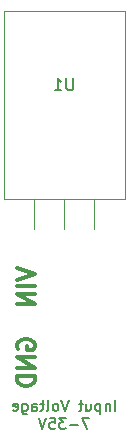
<source format=gbr>
%TF.GenerationSoftware,KiCad,Pcbnew,(5.1.9)-1*%
%TF.CreationDate,2021-07-04T22:14:26+10:00*%
%TF.ProjectId,i2c-master,6932632d-6d61-4737-9465-722e6b696361,rev?*%
%TF.SameCoordinates,Original*%
%TF.FileFunction,Legend,Bot*%
%TF.FilePolarity,Positive*%
%FSLAX46Y46*%
G04 Gerber Fmt 4.6, Leading zero omitted, Abs format (unit mm)*
G04 Created by KiCad (PCBNEW (5.1.9)-1) date 2021-07-04 22:14:26*
%MOMM*%
%LPD*%
G01*
G04 APERTURE LIST*
%ADD10C,0.300000*%
%ADD11C,0.150000*%
%ADD12C,0.120000*%
G04 APERTURE END LIST*
D10*
X59575000Y-61087142D02*
X59503571Y-60944285D01*
X59503571Y-60730000D01*
X59575000Y-60515714D01*
X59717857Y-60372857D01*
X59860714Y-60301428D01*
X60146428Y-60230000D01*
X60360714Y-60230000D01*
X60646428Y-60301428D01*
X60789285Y-60372857D01*
X60932142Y-60515714D01*
X61003571Y-60730000D01*
X61003571Y-60872857D01*
X60932142Y-61087142D01*
X60860714Y-61158571D01*
X60360714Y-61158571D01*
X60360714Y-60872857D01*
X61003571Y-61801428D02*
X59503571Y-61801428D01*
X61003571Y-62658571D01*
X59503571Y-62658571D01*
X61003571Y-63372857D02*
X59503571Y-63372857D01*
X59503571Y-63730000D01*
X59575000Y-63944285D01*
X59717857Y-64087142D01*
X59860714Y-64158571D01*
X60146428Y-64230000D01*
X60360714Y-64230000D01*
X60646428Y-64158571D01*
X60789285Y-64087142D01*
X60932142Y-63944285D01*
X61003571Y-63730000D01*
X61003571Y-63372857D01*
X59503571Y-54237142D02*
X61003571Y-54737142D01*
X59503571Y-55237142D01*
X61003571Y-55737142D02*
X59503571Y-55737142D01*
X61003571Y-56451428D02*
X59503571Y-56451428D01*
X61003571Y-57308571D01*
X59503571Y-57308571D01*
D11*
X67807142Y-66332142D02*
X67807142Y-65432142D01*
X67378571Y-65732142D02*
X67378571Y-66332142D01*
X67378571Y-65817857D02*
X67335714Y-65775000D01*
X67250000Y-65732142D01*
X67121428Y-65732142D01*
X67035714Y-65775000D01*
X66992857Y-65860714D01*
X66992857Y-66332142D01*
X66564285Y-65732142D02*
X66564285Y-66632142D01*
X66564285Y-65775000D02*
X66478571Y-65732142D01*
X66307142Y-65732142D01*
X66221428Y-65775000D01*
X66178571Y-65817857D01*
X66135714Y-65903571D01*
X66135714Y-66160714D01*
X66178571Y-66246428D01*
X66221428Y-66289285D01*
X66307142Y-66332142D01*
X66478571Y-66332142D01*
X66564285Y-66289285D01*
X65364285Y-65732142D02*
X65364285Y-66332142D01*
X65750000Y-65732142D02*
X65750000Y-66203571D01*
X65707142Y-66289285D01*
X65621428Y-66332142D01*
X65492857Y-66332142D01*
X65407142Y-66289285D01*
X65364285Y-66246428D01*
X65064285Y-65732142D02*
X64721428Y-65732142D01*
X64935714Y-65432142D02*
X64935714Y-66203571D01*
X64892857Y-66289285D01*
X64807142Y-66332142D01*
X64721428Y-66332142D01*
X63864285Y-65432142D02*
X63564285Y-66332142D01*
X63264285Y-65432142D01*
X62835714Y-66332142D02*
X62921428Y-66289285D01*
X62964285Y-66246428D01*
X63007142Y-66160714D01*
X63007142Y-65903571D01*
X62964285Y-65817857D01*
X62921428Y-65775000D01*
X62835714Y-65732142D01*
X62707142Y-65732142D01*
X62621428Y-65775000D01*
X62578571Y-65817857D01*
X62535714Y-65903571D01*
X62535714Y-66160714D01*
X62578571Y-66246428D01*
X62621428Y-66289285D01*
X62707142Y-66332142D01*
X62835714Y-66332142D01*
X62021428Y-66332142D02*
X62107142Y-66289285D01*
X62150000Y-66203571D01*
X62150000Y-65432142D01*
X61807142Y-65732142D02*
X61464285Y-65732142D01*
X61678571Y-65432142D02*
X61678571Y-66203571D01*
X61635714Y-66289285D01*
X61550000Y-66332142D01*
X61464285Y-66332142D01*
X60778571Y-66332142D02*
X60778571Y-65860714D01*
X60821428Y-65775000D01*
X60907142Y-65732142D01*
X61078571Y-65732142D01*
X61164285Y-65775000D01*
X60778571Y-66289285D02*
X60864285Y-66332142D01*
X61078571Y-66332142D01*
X61164285Y-66289285D01*
X61207142Y-66203571D01*
X61207142Y-66117857D01*
X61164285Y-66032142D01*
X61078571Y-65989285D01*
X60864285Y-65989285D01*
X60778571Y-65946428D01*
X59964285Y-65732142D02*
X59964285Y-66460714D01*
X60007142Y-66546428D01*
X60050000Y-66589285D01*
X60135714Y-66632142D01*
X60264285Y-66632142D01*
X60350000Y-66589285D01*
X59964285Y-66289285D02*
X60050000Y-66332142D01*
X60221428Y-66332142D01*
X60307142Y-66289285D01*
X60350000Y-66246428D01*
X60392857Y-66160714D01*
X60392857Y-65903571D01*
X60350000Y-65817857D01*
X60307142Y-65775000D01*
X60221428Y-65732142D01*
X60050000Y-65732142D01*
X59964285Y-65775000D01*
X59192857Y-66289285D02*
X59278571Y-66332142D01*
X59450000Y-66332142D01*
X59535714Y-66289285D01*
X59578571Y-66203571D01*
X59578571Y-65860714D01*
X59535714Y-65775000D01*
X59450000Y-65732142D01*
X59278571Y-65732142D01*
X59192857Y-65775000D01*
X59150000Y-65860714D01*
X59150000Y-65946428D01*
X59578571Y-66032142D01*
X65600000Y-66932142D02*
X65000000Y-66932142D01*
X65385714Y-67832142D01*
X64657142Y-67489285D02*
X63971428Y-67489285D01*
X63628571Y-66932142D02*
X63071428Y-66932142D01*
X63371428Y-67275000D01*
X63242857Y-67275000D01*
X63157142Y-67317857D01*
X63114285Y-67360714D01*
X63071428Y-67446428D01*
X63071428Y-67660714D01*
X63114285Y-67746428D01*
X63157142Y-67789285D01*
X63242857Y-67832142D01*
X63500000Y-67832142D01*
X63585714Y-67789285D01*
X63628571Y-67746428D01*
X62257142Y-66932142D02*
X62685714Y-66932142D01*
X62728571Y-67360714D01*
X62685714Y-67317857D01*
X62600000Y-67275000D01*
X62385714Y-67275000D01*
X62300000Y-67317857D01*
X62257142Y-67360714D01*
X62214285Y-67446428D01*
X62214285Y-67660714D01*
X62257142Y-67746428D01*
X62300000Y-67789285D01*
X62385714Y-67832142D01*
X62600000Y-67832142D01*
X62685714Y-67789285D01*
X62728571Y-67746428D01*
X61957142Y-66932142D02*
X61657142Y-67832142D01*
X61357142Y-66932142D01*
D12*
%TO.C,U1*%
X68620000Y-48380000D02*
X58380000Y-48380000D01*
X68620000Y-32490000D02*
X58380000Y-32490000D01*
X68620000Y-32490000D02*
X68620000Y-48380000D01*
X58380000Y-32490000D02*
X58380000Y-48380000D01*
X66040000Y-48380000D02*
X66040000Y-50920000D01*
X63500000Y-48380000D02*
X63500000Y-50920000D01*
X60960000Y-48380000D02*
X60960000Y-50920000D01*
D11*
X64261904Y-38187380D02*
X64261904Y-38996904D01*
X64214285Y-39092142D01*
X64166666Y-39139761D01*
X64071428Y-39187380D01*
X63880952Y-39187380D01*
X63785714Y-39139761D01*
X63738095Y-39092142D01*
X63690476Y-38996904D01*
X63690476Y-38187380D01*
X62690476Y-39187380D02*
X63261904Y-39187380D01*
X62976190Y-39187380D02*
X62976190Y-38187380D01*
X63071428Y-38330238D01*
X63166666Y-38425476D01*
X63261904Y-38473095D01*
%TD*%
M02*

</source>
